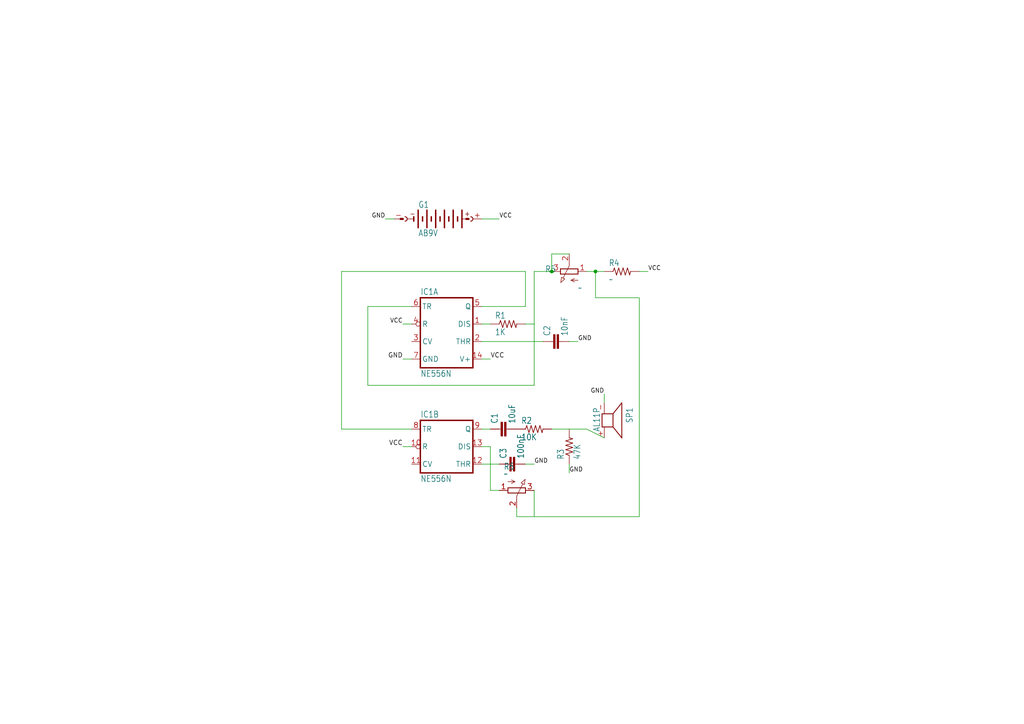
<source format=kicad_sch>
(kicad_sch
	(version 20250114)
	(generator "eeschema")
	(generator_version "9.0")
	(uuid "1f447de1-8250-4c18-a58a-299cb0835d23")
	(paper "A4")
	(lib_symbols
		(symbol "apc556fix-eagle-import:3RP/1610N"
			(exclude_from_sim no)
			(in_bom yes)
			(on_board yes)
			(property "Reference" "R"
				(at -5.969 -3.81 90)
				(effects
					(font
						(size 1.778 1.5113)
					)
					(justify left bottom)
				)
			)
			(property "Value" ""
				(at -3.81 -3.81 90)
				(effects
					(font
						(size 1.778 1.5113)
					)
					(justify left bottom)
				)
			)
			(property "Footprint" "apc556fix:3RP_1610N"
				(at 0 0 0)
				(effects
					(font
						(size 1.27 1.27)
					)
					(hide yes)
				)
			)
			(property "Datasheet" ""
				(at 0 0 0)
				(effects
					(font
						(size 1.27 1.27)
					)
					(hide yes)
				)
			)
			(property "Description" "16mm Potentiometer one level\n\nSource: http://www.alphapotentiometers.net/html/16mm_pot_2.html"
				(at 0 0 0)
				(effects
					(font
						(size 1.27 1.27)
					)
					(hide yes)
				)
			)
			(property "ki_locked" ""
				(at 0 0 0)
				(effects
					(font
						(size 1.27 1.27)
					)
				)
			)
			(symbol "3RP/1610N_1_0"
				(polyline
					(pts
						(xy -3.1989 2.4495) (xy -1.7018 2.2352)
					)
					(stroke
						(width 0.1524)
						(type solid)
					)
					(fill
						(type none)
					)
				)
				(polyline
					(pts
						(xy -2.54 -0.508) (xy -3.048 -1.524)
					)
					(stroke
						(width 0.1524)
						(type solid)
					)
					(fill
						(type none)
					)
				)
				(polyline
					(pts
						(xy -2.54 -0.508) (xy -2.032 -1.524)
					)
					(stroke
						(width 0.1524)
						(type solid)
					)
					(fill
						(type none)
					)
				)
				(polyline
					(pts
						(xy -2.54 -2.54) (xy -2.54 -0.508)
					)
					(stroke
						(width 0.1524)
						(type solid)
					)
					(fill
						(type none)
					)
				)
				(polyline
					(pts
						(xy -2.1597 1.2939) (xy -3.1989 2.4495)
					)
					(stroke
						(width 0.1524)
						(type solid)
					)
					(fill
						(type none)
					)
				)
				(polyline
					(pts
						(xy -2.1597 1.2939) (xy -1.7018 2.2352)
					)
					(stroke
						(width 0.1524)
						(type solid)
					)
					(fill
						(type none)
					)
				)
				(polyline
					(pts
						(xy -0.762 2.54) (xy -0.762 -2.54)
					)
					(stroke
						(width 0.254)
						(type solid)
					)
					(fill
						(type none)
					)
				)
				(polyline
					(pts
						(xy -0.762 -2.54) (xy 0.762 -2.54)
					)
					(stroke
						(width 0.254)
						(type solid)
					)
					(fill
						(type none)
					)
				)
				(polyline
					(pts
						(xy 0.762 2.54) (xy -0.762 2.54)
					)
					(stroke
						(width 0.254)
						(type solid)
					)
					(fill
						(type none)
					)
				)
				(polyline
					(pts
						(xy 0.762 -2.54) (xy 0.762 2.54)
					)
					(stroke
						(width 0.254)
						(type solid)
					)
					(fill
						(type none)
					)
				)
				(polyline
					(pts
						(xy 1.651 0) (xy -1.8796 1.7526)
					)
					(stroke
						(width 0.1524)
						(type solid)
					)
					(fill
						(type none)
					)
				)
				(polyline
					(pts
						(xy 2.54 0) (xy 1.651 0)
					)
					(stroke
						(width 0.1524)
						(type solid)
					)
					(fill
						(type none)
					)
				)
				(pin passive line
					(at 0 5.08 270)
					(length 2.54)
					(name "E"
						(effects
							(font
								(size 0 0)
							)
						)
					)
					(number "3"
						(effects
							(font
								(size 1.524 1.524)
							)
						)
					)
				)
				(pin passive line
					(at 0 -5.08 90)
					(length 2.54)
					(name "A"
						(effects
							(font
								(size 0 0)
							)
						)
					)
					(number "1"
						(effects
							(font
								(size 1.524 1.524)
							)
						)
					)
				)
				(pin passive line
					(at 5.08 0 180)
					(length 2.54)
					(name "S"
						(effects
							(font
								(size 0 0)
							)
						)
					)
					(number "2"
						(effects
							(font
								(size 1.524 1.524)
							)
						)
					)
				)
			)
			(embedded_fonts no)
		)
		(symbol "apc556fix-eagle-import:556N"
			(exclude_from_sim no)
			(in_bom yes)
			(on_board yes)
			(property "Reference" "IC"
				(at -7.62 8.382 0)
				(effects
					(font
						(size 1.778 1.5113)
					)
					(justify left bottom)
				)
			)
			(property "Value" ""
				(at -7.62 -10.287 0)
				(effects
					(font
						(size 1.778 1.5113)
					)
					(justify left bottom)
				)
			)
			(property "Footprint" "apc556fix:DIL14"
				(at 0 0 0)
				(effects
					(font
						(size 1.27 1.27)
					)
					(hide yes)
				)
			)
			(property "Datasheet" ""
				(at 0 0 0)
				(effects
					(font
						(size 1.27 1.27)
					)
					(hide yes)
				)
			)
			(property "Description" "Dual TIMER"
				(at 0 0 0)
				(effects
					(font
						(size 1.27 1.27)
					)
					(hide yes)
				)
			)
			(property "ki_locked" ""
				(at 0 0 0)
				(effects
					(font
						(size 1.27 1.27)
					)
				)
			)
			(symbol "556N_1_0"
				(polyline
					(pts
						(xy -7.62 10.16) (xy -7.62 -10.16)
					)
					(stroke
						(width 0.4064)
						(type solid)
					)
					(fill
						(type none)
					)
				)
				(polyline
					(pts
						(xy -7.62 -10.16) (xy 7.62 -10.16)
					)
					(stroke
						(width 0.4064)
						(type solid)
					)
					(fill
						(type none)
					)
				)
				(polyline
					(pts
						(xy 7.62 10.16) (xy -7.62 10.16)
					)
					(stroke
						(width 0.4064)
						(type solid)
					)
					(fill
						(type none)
					)
				)
				(polyline
					(pts
						(xy 7.62 -10.16) (xy 7.62 10.16)
					)
					(stroke
						(width 0.4064)
						(type solid)
					)
					(fill
						(type none)
					)
				)
				(pin input line
					(at -10.16 7.62 0)
					(length 2.54)
					(name "TR"
						(effects
							(font
								(size 1.524 1.524)
							)
						)
					)
					(number "6"
						(effects
							(font
								(size 1.524 1.524)
							)
						)
					)
				)
				(pin input inverted
					(at -10.16 2.54 0)
					(length 2.54)
					(name "R"
						(effects
							(font
								(size 1.524 1.524)
							)
						)
					)
					(number "4"
						(effects
							(font
								(size 1.524 1.524)
							)
						)
					)
				)
				(pin input line
					(at -10.16 -2.54 0)
					(length 2.54)
					(name "CV"
						(effects
							(font
								(size 1.524 1.524)
							)
						)
					)
					(number "3"
						(effects
							(font
								(size 1.524 1.524)
							)
						)
					)
				)
				(pin power_in line
					(at -10.16 -7.62 0)
					(length 2.54)
					(name "GND"
						(effects
							(font
								(size 1.524 1.524)
							)
						)
					)
					(number "7"
						(effects
							(font
								(size 1.524 1.524)
							)
						)
					)
				)
				(pin output line
					(at 10.16 7.62 180)
					(length 2.54)
					(name "Q"
						(effects
							(font
								(size 1.524 1.524)
							)
						)
					)
					(number "5"
						(effects
							(font
								(size 1.524 1.524)
							)
						)
					)
				)
				(pin input line
					(at 10.16 2.54 180)
					(length 2.54)
					(name "DIS"
						(effects
							(font
								(size 1.524 1.524)
							)
						)
					)
					(number "1"
						(effects
							(font
								(size 1.524 1.524)
							)
						)
					)
				)
				(pin input line
					(at 10.16 -2.54 180)
					(length 2.54)
					(name "THR"
						(effects
							(font
								(size 1.524 1.524)
							)
						)
					)
					(number "2"
						(effects
							(font
								(size 1.524 1.524)
							)
						)
					)
				)
				(pin power_in line
					(at 10.16 -7.62 180)
					(length 2.54)
					(name "V+"
						(effects
							(font
								(size 1.524 1.524)
							)
						)
					)
					(number "14"
						(effects
							(font
								(size 1.524 1.524)
							)
						)
					)
				)
			)
			(symbol "556N_2_0"
				(polyline
					(pts
						(xy -7.62 7.62) (xy -7.62 -7.62)
					)
					(stroke
						(width 0.4064)
						(type solid)
					)
					(fill
						(type none)
					)
				)
				(polyline
					(pts
						(xy -7.62 -7.62) (xy 7.62 -7.62)
					)
					(stroke
						(width 0.4064)
						(type solid)
					)
					(fill
						(type none)
					)
				)
				(polyline
					(pts
						(xy 7.62 7.62) (xy -7.62 7.62)
					)
					(stroke
						(width 0.4064)
						(type solid)
					)
					(fill
						(type none)
					)
				)
				(polyline
					(pts
						(xy 7.62 -7.62) (xy 7.62 7.62)
					)
					(stroke
						(width 0.4064)
						(type solid)
					)
					(fill
						(type none)
					)
				)
				(pin input line
					(at -10.16 5.08 0)
					(length 2.54)
					(name "TR"
						(effects
							(font
								(size 1.524 1.524)
							)
						)
					)
					(number "8"
						(effects
							(font
								(size 1.524 1.524)
							)
						)
					)
				)
				(pin input inverted
					(at -10.16 0 0)
					(length 2.54)
					(name "R"
						(effects
							(font
								(size 1.524 1.524)
							)
						)
					)
					(number "10"
						(effects
							(font
								(size 1.524 1.524)
							)
						)
					)
				)
				(pin input line
					(at -10.16 -5.08 0)
					(length 2.54)
					(name "CV"
						(effects
							(font
								(size 1.524 1.524)
							)
						)
					)
					(number "11"
						(effects
							(font
								(size 1.524 1.524)
							)
						)
					)
				)
				(pin output line
					(at 10.16 5.08 180)
					(length 2.54)
					(name "Q"
						(effects
							(font
								(size 1.524 1.524)
							)
						)
					)
					(number "9"
						(effects
							(font
								(size 1.524 1.524)
							)
						)
					)
				)
				(pin input line
					(at 10.16 0 180)
					(length 2.54)
					(name "DIS"
						(effects
							(font
								(size 1.524 1.524)
							)
						)
					)
					(number "13"
						(effects
							(font
								(size 1.524 1.524)
							)
						)
					)
				)
				(pin input line
					(at 10.16 -5.08 180)
					(length 2.54)
					(name "THR"
						(effects
							(font
								(size 1.524 1.524)
							)
						)
					)
					(number "12"
						(effects
							(font
								(size 1.524 1.524)
							)
						)
					)
				)
			)
			(embedded_fonts no)
		)
		(symbol "apc556fix-eagle-import:AB9V"
			(exclude_from_sim no)
			(in_bom yes)
			(on_board yes)
			(property "Reference" "G"
				(at -5.715 3.175 0)
				(effects
					(font
						(size 1.778 1.5113)
					)
					(justify left bottom)
				)
			)
			(property "Value" ""
				(at -5.715 -5.08 0)
				(effects
					(font
						(size 1.778 1.5113)
					)
					(justify left bottom)
				)
			)
			(property "Footprint" "apc556fix:AB9V"
				(at 0 0 0)
				(effects
					(font
						(size 1.27 1.27)
					)
					(hide yes)
				)
			)
			(property "Datasheet" ""
				(at 0 0 0)
				(effects
					(font
						(size 1.27 1.27)
					)
					(hide yes)
				)
			)
			(property "Description" "9-V BATTERY CLIP"
				(at 0 0 0)
				(effects
					(font
						(size 1.27 1.27)
					)
					(hide yes)
				)
			)
			(property "ki_locked" ""
				(at 0 0 0)
				(effects
					(font
						(size 1.27 1.27)
					)
				)
			)
			(symbol "AB9V_1_0"
				(polyline
					(pts
						(xy -10.16 0) (xy -10.795 0)
					)
					(stroke
						(width 0.6096)
						(type solid)
					)
					(fill
						(type none)
					)
				)
				(arc
					(start -9.525 0.635)
					(mid -8.89 0)
					(end -9.525 -0.635)
					(stroke
						(width 0.254)
						(type solid)
					)
					(fill
						(type none)
					)
				)
				(polyline
					(pts
						(xy -8.89 0) (xy -6.985 0)
					)
					(stroke
						(width 0.1524)
						(type solid)
					)
					(fill
						(type none)
					)
				)
				(polyline
					(pts
						(xy -6.985 0.635) (xy -6.985 0)
					)
					(stroke
						(width 0.4064)
						(type solid)
					)
					(fill
						(type none)
					)
				)
				(polyline
					(pts
						(xy -6.985 0) (xy -6.985 -0.635)
					)
					(stroke
						(width 0.4064)
						(type solid)
					)
					(fill
						(type none)
					)
				)
				(polyline
					(pts
						(xy -5.715 2.54) (xy -5.715 -2.54)
					)
					(stroke
						(width 0.4064)
						(type solid)
					)
					(fill
						(type none)
					)
				)
				(polyline
					(pts
						(xy -4.445 0.635) (xy -4.445 -0.635)
					)
					(stroke
						(width 0.4064)
						(type solid)
					)
					(fill
						(type none)
					)
				)
				(polyline
					(pts
						(xy -3.175 2.54) (xy -3.175 -2.54)
					)
					(stroke
						(width 0.4064)
						(type solid)
					)
					(fill
						(type none)
					)
				)
				(polyline
					(pts
						(xy -1.905 0.635) (xy -1.905 -0.635)
					)
					(stroke
						(width 0.4064)
						(type solid)
					)
					(fill
						(type none)
					)
				)
				(polyline
					(pts
						(xy -0.635 2.54) (xy -0.635 -2.54)
					)
					(stroke
						(width 0.4064)
						(type solid)
					)
					(fill
						(type none)
					)
				)
				(polyline
					(pts
						(xy 0.635 0.635) (xy 0.635 -0.635)
					)
					(stroke
						(width 0.4064)
						(type solid)
					)
					(fill
						(type none)
					)
				)
				(polyline
					(pts
						(xy 1.905 2.54) (xy 1.905 -2.54)
					)
					(stroke
						(width 0.4064)
						(type solid)
					)
					(fill
						(type none)
					)
				)
				(polyline
					(pts
						(xy 3.175 0.635) (xy 3.175 -0.635)
					)
					(stroke
						(width 0.4064)
						(type solid)
					)
					(fill
						(type none)
					)
				)
				(polyline
					(pts
						(xy 4.445 2.54) (xy 4.445 -2.54)
					)
					(stroke
						(width 0.4064)
						(type solid)
					)
					(fill
						(type none)
					)
				)
				(polyline
					(pts
						(xy 5.715 0.635) (xy 5.715 -0.635)
					)
					(stroke
						(width 0.4064)
						(type solid)
					)
					(fill
						(type none)
					)
				)
				(polyline
					(pts
						(xy 6.985 2.54) (xy 6.985 0)
					)
					(stroke
						(width 0.4064)
						(type solid)
					)
					(fill
						(type none)
					)
				)
				(polyline
					(pts
						(xy 6.985 0) (xy 6.985 -2.54)
					)
					(stroke
						(width 0.4064)
						(type solid)
					)
					(fill
						(type none)
					)
				)
				(polyline
					(pts
						(xy 6.985 0) (xy 8.255 0)
					)
					(stroke
						(width 0.1524)
						(type solid)
					)
					(fill
						(type none)
					)
				)
				(polyline
					(pts
						(xy 8.255 0) (xy 8.89 0)
					)
					(stroke
						(width 0.6096)
						(type solid)
					)
					(fill
						(type none)
					)
				)
				(arc
					(start 9.525 0.635)
					(mid 10.16 0)
					(end 9.525 -0.635)
					(stroke
						(width 0.254)
						(type solid)
					)
					(fill
						(type none)
					)
				)
				(text "-"
					(at -8.255 0.635 0)
					(effects
						(font
							(size 1.524 1.2954)
						)
						(justify left bottom)
					)
				)
				(text "+"
					(at 7.62 0.635 0)
					(effects
						(font
							(size 1.524 1.2954)
						)
						(justify left bottom)
					)
				)
				(pin passive line
					(at -12.7 0 0)
					(length 2.54)
					(name "-"
						(effects
							(font
								(size 0 0)
							)
						)
					)
					(number "-"
						(effects
							(font
								(size 1.524 1.524)
							)
						)
					)
				)
				(pin passive line
					(at 12.7 0 180)
					(length 2.54)
					(name "+"
						(effects
							(font
								(size 0 0)
							)
						)
					)
					(number "+"
						(effects
							(font
								(size 1.524 1.524)
							)
						)
					)
				)
			)
			(embedded_fonts no)
		)
		(symbol "apc556fix-eagle-import:AL11P"
			(exclude_from_sim no)
			(in_bom yes)
			(on_board yes)
			(property "Reference" "SP"
				(at -3.81 6.35 0)
				(effects
					(font
						(size 1.778 1.5113)
					)
					(justify left bottom)
				)
			)
			(property "Value" ""
				(at -3.81 -3.175 0)
				(effects
					(font
						(size 1.778 1.5113)
					)
					(justify left bottom)
				)
			)
			(property "Footprint" "apc556fix:AL11P"
				(at 0 0 0)
				(effects
					(font
						(size 1.27 1.27)
					)
					(hide yes)
				)
			)
			(property "Datasheet" ""
				(at 0 0 0)
				(effects
					(font
						(size 1.27 1.27)
					)
					(hide yes)
				)
			)
			(property "Description" "SPEAKER\n\nSource: Buerklin"
				(at 0 0 0)
				(effects
					(font
						(size 1.27 1.27)
					)
					(hide yes)
				)
			)
			(property "ki_locked" ""
				(at 0 0 0)
				(effects
					(font
						(size 1.27 1.27)
					)
				)
			)
			(symbol "AL11P_1_0"
				(polyline
					(pts
						(xy -2.54 0) (xy -1.905 0)
					)
					(stroke
						(width 0.1524)
						(type solid)
					)
					(fill
						(type none)
					)
				)
				(polyline
					(pts
						(xy -1.905 2.54) (xy -5.08 5.08)
					)
					(stroke
						(width 0.254)
						(type solid)
					)
					(fill
						(type none)
					)
				)
				(polyline
					(pts
						(xy -1.905 0) (xy -1.905 2.54)
					)
					(stroke
						(width 0.254)
						(type solid)
					)
					(fill
						(type none)
					)
				)
				(polyline
					(pts
						(xy -1.905 -0.635) (xy -1.905 0)
					)
					(stroke
						(width 0.254)
						(type solid)
					)
					(fill
						(type none)
					)
				)
				(polyline
					(pts
						(xy -1.905 -0.635) (xy 1.905 -0.635)
					)
					(stroke
						(width 0.254)
						(type solid)
					)
					(fill
						(type none)
					)
				)
				(polyline
					(pts
						(xy 1.905 2.54) (xy -1.905 2.54)
					)
					(stroke
						(width 0.254)
						(type solid)
					)
					(fill
						(type none)
					)
				)
				(polyline
					(pts
						(xy 1.905 2.54) (xy 5.08 5.08)
					)
					(stroke
						(width 0.254)
						(type solid)
					)
					(fill
						(type none)
					)
				)
				(polyline
					(pts
						(xy 1.905 0) (xy 1.905 2.54)
					)
					(stroke
						(width 0.254)
						(type solid)
					)
					(fill
						(type none)
					)
				)
				(polyline
					(pts
						(xy 1.905 -0.635) (xy 1.905 0)
					)
					(stroke
						(width 0.254)
						(type solid)
					)
					(fill
						(type none)
					)
				)
				(polyline
					(pts
						(xy 2.54 0) (xy 1.905 0)
					)
					(stroke
						(width 0.1524)
						(type solid)
					)
					(fill
						(type none)
					)
				)
				(polyline
					(pts
						(xy 5.08 5.08) (xy -5.08 5.08)
					)
					(stroke
						(width 0.254)
						(type solid)
					)
					(fill
						(type none)
					)
				)
				(pin passive line
					(at -5.08 0 0)
					(length 2.54)
					(name "1"
						(effects
							(font
								(size 0 0)
							)
						)
					)
					(number "-"
						(effects
							(font
								(size 1.524 1.524)
							)
						)
					)
				)
				(pin passive line
					(at 5.08 0 180)
					(length 2.54)
					(name "2"
						(effects
							(font
								(size 0 0)
							)
						)
					)
					(number "+"
						(effects
							(font
								(size 1.524 1.524)
							)
						)
					)
				)
			)
			(embedded_fonts no)
		)
		(symbol "apc556fix-eagle-import:C-EU025-030X050"
			(exclude_from_sim no)
			(in_bom yes)
			(on_board yes)
			(property "Reference" "C"
				(at 1.524 0.381 0)
				(effects
					(font
						(size 1.778 1.5113)
					)
					(justify left bottom)
				)
			)
			(property "Value" ""
				(at 1.524 -4.699 0)
				(effects
					(font
						(size 1.778 1.5113)
					)
					(justify left bottom)
				)
			)
			(property "Footprint" "apc556fix:C025-030X050"
				(at 0 0 0)
				(effects
					(font
						(size 1.27 1.27)
					)
					(hide yes)
				)
			)
			(property "Datasheet" ""
				(at 0 0 0)
				(effects
					(font
						(size 1.27 1.27)
					)
					(hide yes)
				)
			)
			(property "Description" "CAPACITOR, European symbol"
				(at 0 0 0)
				(effects
					(font
						(size 1.27 1.27)
					)
					(hide yes)
				)
			)
			(property "ki_locked" ""
				(at 0 0 0)
				(effects
					(font
						(size 1.27 1.27)
					)
				)
			)
			(symbol "C-EU025-030X050_1_0"
				(rectangle
					(start -2.032 -1.016)
					(end 2.032 -0.508)
					(stroke
						(width 0)
						(type default)
					)
					(fill
						(type outline)
					)
				)
				(rectangle
					(start -2.032 -2.032)
					(end 2.032 -1.524)
					(stroke
						(width 0)
						(type default)
					)
					(fill
						(type outline)
					)
				)
				(polyline
					(pts
						(xy 0 0) (xy 0 -0.508)
					)
					(stroke
						(width 0.1524)
						(type solid)
					)
					(fill
						(type none)
					)
				)
				(polyline
					(pts
						(xy 0 -2.54) (xy 0 -2.032)
					)
					(stroke
						(width 0.1524)
						(type solid)
					)
					(fill
						(type none)
					)
				)
				(pin passive line
					(at 0 2.54 270)
					(length 2.54)
					(name "1"
						(effects
							(font
								(size 0 0)
							)
						)
					)
					(number "1"
						(effects
							(font
								(size 0 0)
							)
						)
					)
				)
				(pin passive line
					(at 0 -5.08 90)
					(length 2.54)
					(name "2"
						(effects
							(font
								(size 0 0)
							)
						)
					)
					(number "2"
						(effects
							(font
								(size 0 0)
							)
						)
					)
				)
			)
			(embedded_fonts no)
		)
		(symbol "apc556fix-eagle-import:R-US_0204/5"
			(exclude_from_sim no)
			(in_bom yes)
			(on_board yes)
			(property "Reference" "R"
				(at -3.81 1.4986 0)
				(effects
					(font
						(size 1.778 1.5113)
					)
					(justify left bottom)
				)
			)
			(property "Value" ""
				(at -3.81 -3.302 0)
				(effects
					(font
						(size 1.778 1.5113)
					)
					(justify left bottom)
				)
			)
			(property "Footprint" "apc556fix:0204_5"
				(at 0 0 0)
				(effects
					(font
						(size 1.27 1.27)
					)
					(hide yes)
				)
			)
			(property "Datasheet" ""
				(at 0 0 0)
				(effects
					(font
						(size 1.27 1.27)
					)
					(hide yes)
				)
			)
			(property "Description" "RESISTOR, American symbol"
				(at 0 0 0)
				(effects
					(font
						(size 1.27 1.27)
					)
					(hide yes)
				)
			)
			(property "ki_locked" ""
				(at 0 0 0)
				(effects
					(font
						(size 1.27 1.27)
					)
				)
			)
			(symbol "R-US_0204/5_1_0"
				(polyline
					(pts
						(xy -2.54 0) (xy -2.159 1.016)
					)
					(stroke
						(width 0.2032)
						(type solid)
					)
					(fill
						(type none)
					)
				)
				(polyline
					(pts
						(xy -2.159 1.016) (xy -1.524 -1.016)
					)
					(stroke
						(width 0.2032)
						(type solid)
					)
					(fill
						(type none)
					)
				)
				(polyline
					(pts
						(xy -1.524 -1.016) (xy -0.889 1.016)
					)
					(stroke
						(width 0.2032)
						(type solid)
					)
					(fill
						(type none)
					)
				)
				(polyline
					(pts
						(xy -0.889 1.016) (xy -0.254 -1.016)
					)
					(stroke
						(width 0.2032)
						(type solid)
					)
					(fill
						(type none)
					)
				)
				(polyline
					(pts
						(xy -0.254 -1.016) (xy 0.381 1.016)
					)
					(stroke
						(width 0.2032)
						(type solid)
					)
					(fill
						(type none)
					)
				)
				(polyline
					(pts
						(xy 0.381 1.016) (xy 1.016 -1.016)
					)
					(stroke
						(width 0.2032)
						(type solid)
					)
					(fill
						(type none)
					)
				)
				(polyline
					(pts
						(xy 1.016 -1.016) (xy 1.651 1.016)
					)
					(stroke
						(width 0.2032)
						(type solid)
					)
					(fill
						(type none)
					)
				)
				(polyline
					(pts
						(xy 1.651 1.016) (xy 2.286 -1.016)
					)
					(stroke
						(width 0.2032)
						(type solid)
					)
					(fill
						(type none)
					)
				)
				(polyline
					(pts
						(xy 2.286 -1.016) (xy 2.54 0)
					)
					(stroke
						(width 0.2032)
						(type solid)
					)
					(fill
						(type none)
					)
				)
				(pin passive line
					(at -5.08 0 0)
					(length 2.54)
					(name "1"
						(effects
							(font
								(size 0 0)
							)
						)
					)
					(number "1"
						(effects
							(font
								(size 0 0)
							)
						)
					)
				)
				(pin passive line
					(at 5.08 0 180)
					(length 2.54)
					(name "2"
						(effects
							(font
								(size 0 0)
							)
						)
					)
					(number "2"
						(effects
							(font
								(size 0 0)
							)
						)
					)
				)
			)
			(embedded_fonts no)
		)
		(symbol "apc556fix-eagle-import:R-US_0204/7"
			(exclude_from_sim no)
			(in_bom yes)
			(on_board yes)
			(property "Reference" "R"
				(at -3.81 1.4986 0)
				(effects
					(font
						(size 1.778 1.5113)
					)
					(justify left bottom)
				)
			)
			(property "Value" ""
				(at -3.81 -3.302 0)
				(effects
					(font
						(size 1.778 1.5113)
					)
					(justify left bottom)
				)
			)
			(property "Footprint" "apc556fix:0204_7"
				(at 0 0 0)
				(effects
					(font
						(size 1.27 1.27)
					)
					(hide yes)
				)
			)
			(property "Datasheet" ""
				(at 0 0 0)
				(effects
					(font
						(size 1.27 1.27)
					)
					(hide yes)
				)
			)
			(property "Description" "RESISTOR, American symbol"
				(at 0 0 0)
				(effects
					(font
						(size 1.27 1.27)
					)
					(hide yes)
				)
			)
			(property "ki_locked" ""
				(at 0 0 0)
				(effects
					(font
						(size 1.27 1.27)
					)
				)
			)
			(symbol "R-US_0204/7_1_0"
				(polyline
					(pts
						(xy -2.54 0) (xy -2.159 1.016)
					)
					(stroke
						(width 0.2032)
						(type solid)
					)
					(fill
						(type none)
					)
				)
				(polyline
					(pts
						(xy -2.159 1.016) (xy -1.524 -1.016)
					)
					(stroke
						(width 0.2032)
						(type solid)
					)
					(fill
						(type none)
					)
				)
				(polyline
					(pts
						(xy -1.524 -1.016) (xy -0.889 1.016)
					)
					(stroke
						(width 0.2032)
						(type solid)
					)
					(fill
						(type none)
					)
				)
				(polyline
					(pts
						(xy -0.889 1.016) (xy -0.254 -1.016)
					)
					(stroke
						(width 0.2032)
						(type solid)
					)
					(fill
						(type none)
					)
				)
				(polyline
					(pts
						(xy -0.254 -1.016) (xy 0.381 1.016)
					)
					(stroke
						(width 0.2032)
						(type solid)
					)
					(fill
						(type none)
					)
				)
				(polyline
					(pts
						(xy 0.381 1.016) (xy 1.016 -1.016)
					)
					(stroke
						(width 0.2032)
						(type solid)
					)
					(fill
						(type none)
					)
				)
				(polyline
					(pts
						(xy 1.016 -1.016) (xy 1.651 1.016)
					)
					(stroke
						(width 0.2032)
						(type solid)
					)
					(fill
						(type none)
					)
				)
				(polyline
					(pts
						(xy 1.651 1.016) (xy 2.286 -1.016)
					)
					(stroke
						(width 0.2032)
						(type solid)
					)
					(fill
						(type none)
					)
				)
				(polyline
					(pts
						(xy 2.286 -1.016) (xy 2.54 0)
					)
					(stroke
						(width 0.2032)
						(type solid)
					)
					(fill
						(type none)
					)
				)
				(pin passive line
					(at -5.08 0 0)
					(length 2.54)
					(name "1"
						(effects
							(font
								(size 0 0)
							)
						)
					)
					(number "1"
						(effects
							(font
								(size 0 0)
							)
						)
					)
				)
				(pin passive line
					(at 5.08 0 180)
					(length 2.54)
					(name "2"
						(effects
							(font
								(size 0 0)
							)
						)
					)
					(number "2"
						(effects
							(font
								(size 0 0)
							)
						)
					)
				)
			)
			(embedded_fonts no)
		)
	)
	(junction
		(at 160.02 78.74)
		(diameter 0)
		(color 0 0 0 0)
		(uuid "7eba96fd-c6bb-41b0-981f-5f688963967c")
	)
	(junction
		(at 172.72 78.74)
		(diameter 0)
		(color 0 0 0 0)
		(uuid "bbe76017-ba51-4bf1-bf90-94cb8b2e3b7c")
	)
	(wire
		(pts
			(xy 142.24 134.62) (xy 144.78 134.62)
		)
		(stroke
			(width 0.1524)
			(type solid)
		)
		(uuid "05665622-c438-46ec-ba19-a794a5bcffa4")
	)
	(wire
		(pts
			(xy 139.7 134.62) (xy 142.24 134.62)
		)
		(stroke
			(width 0.1524)
			(type solid)
		)
		(uuid "08b06d30-218e-487d-b58c-c71999eb94a6")
	)
	(wire
		(pts
			(xy 154.94 149.86) (xy 185.42 149.86)
		)
		(stroke
			(width 0.1524)
			(type solid)
		)
		(uuid "1652600e-1509-4991-9639-4cacfdac45dc")
	)
	(wire
		(pts
			(xy 142.24 142.24) (xy 144.78 142.24)
		)
		(stroke
			(width 0.1524)
			(type solid)
		)
		(uuid "1a57c4af-cc35-457e-aa90-5b6a33695286")
	)
	(wire
		(pts
			(xy 175.26 116.84) (xy 175.26 114.3)
		)
		(stroke
			(width 0.1524)
			(type solid)
		)
		(uuid "244d6108-f064-48c2-974a-d5d98a663eec")
	)
	(wire
		(pts
			(xy 142.24 134.62) (xy 142.24 142.24)
		)
		(stroke
			(width 0.1524)
			(type solid)
		)
		(uuid "247d4bf3-033e-43b9-96ef-69dec16ce623")
	)
	(wire
		(pts
			(xy 165.1 73.66) (xy 160.02 73.66)
		)
		(stroke
			(width 0.1524)
			(type solid)
		)
		(uuid "27019082-d95d-437e-bf7d-76d5a5ca618e")
	)
	(wire
		(pts
			(xy 99.06 124.46) (xy 119.38 124.46)
		)
		(stroke
			(width 0.1524)
			(type solid)
		)
		(uuid "271b2c96-0508-4308-b015-d3c13a702a3d")
	)
	(wire
		(pts
			(xy 154.94 93.98) (xy 154.94 78.74)
		)
		(stroke
			(width 0.1524)
			(type solid)
		)
		(uuid "277e25a2-6773-49fc-b444-6438f7f39106")
	)
	(wire
		(pts
			(xy 152.4 134.62) (xy 154.94 134.62)
		)
		(stroke
			(width 0.1524)
			(type solid)
		)
		(uuid "28635ec2-aca2-4e3e-9416-1db41cfc1b90")
	)
	(wire
		(pts
			(xy 119.38 93.98) (xy 116.84 93.98)
		)
		(stroke
			(width 0.1524)
			(type solid)
		)
		(uuid "2d27b79f-eef0-4a45-acc4-a417a111d87f")
	)
	(wire
		(pts
			(xy 114.3 63.5) (xy 111.76 63.5)
		)
		(stroke
			(width 0.1524)
			(type solid)
		)
		(uuid "2f793af6-8426-4b7c-a5ce-13aa4ba919a8")
	)
	(wire
		(pts
			(xy 142.24 124.46) (xy 139.7 124.46)
		)
		(stroke
			(width 0.1524)
			(type solid)
		)
		(uuid "2fc0a87a-8060-4a3c-9661-fe01dafd0daf")
	)
	(wire
		(pts
			(xy 106.68 111.76) (xy 106.68 88.9)
		)
		(stroke
			(width 0.1524)
			(type solid)
		)
		(uuid "30e4ea8d-5edf-44b8-8877-c4b8aa14df9b")
	)
	(wire
		(pts
			(xy 172.72 78.74) (xy 175.26 78.74)
		)
		(stroke
			(width 0.1524)
			(type solid)
		)
		(uuid "347771e1-f306-4f9e-93a0-2aff4d13b617")
	)
	(wire
		(pts
			(xy 119.38 104.14) (xy 116.84 104.14)
		)
		(stroke
			(width 0.1524)
			(type solid)
		)
		(uuid "3ca7902b-cced-4543-9002-a6f72ce1e796")
	)
	(wire
		(pts
			(xy 99.06 78.74) (xy 99.06 124.46)
		)
		(stroke
			(width 0.1524)
			(type solid)
		)
		(uuid "49e8a48f-1e60-442a-93b9-e47da75a2043")
	)
	(wire
		(pts
			(xy 154.94 78.74) (xy 160.02 78.74)
		)
		(stroke
			(width 0.1524)
			(type solid)
		)
		(uuid "4ba3013a-ce6f-40ee-99d9-2793036f8282")
	)
	(wire
		(pts
			(xy 139.7 104.14) (xy 142.24 104.14)
		)
		(stroke
			(width 0.1524)
			(type solid)
		)
		(uuid "4cd794af-2652-4902-8313-1863176a56e9")
	)
	(wire
		(pts
			(xy 154.94 111.76) (xy 106.68 111.76)
		)
		(stroke
			(width 0.1524)
			(type solid)
		)
		(uuid "5150f0f4-4193-426c-b4dd-969a20738f36")
	)
	(wire
		(pts
			(xy 119.38 129.54) (xy 116.84 129.54)
		)
		(stroke
			(width 0.1524)
			(type solid)
		)
		(uuid "58d86c46-a7ad-4677-9ca3-67a23b770e60")
	)
	(wire
		(pts
			(xy 106.68 88.9) (xy 119.38 88.9)
		)
		(stroke
			(width 0.1524)
			(type solid)
		)
		(uuid "5f705fe5-cacf-40d1-b444-e3f0c2980992")
	)
	(wire
		(pts
			(xy 152.4 78.74) (xy 99.06 78.74)
		)
		(stroke
			(width 0.1524)
			(type solid)
		)
		(uuid "5f756e2b-9f5f-4efd-b234-910e97126ec5")
	)
	(wire
		(pts
			(xy 154.94 99.06) (xy 157.48 99.06)
		)
		(stroke
			(width 0.1524)
			(type solid)
		)
		(uuid "5fac1c6c-4a1e-4697-804b-dad2c0ce4274")
	)
	(wire
		(pts
			(xy 165.1 99.06) (xy 167.64 99.06)
		)
		(stroke
			(width 0.1524)
			(type solid)
		)
		(uuid "6bd9aa25-adcb-4e63-bc91-f7cd5095fa9a")
	)
	(wire
		(pts
			(xy 142.24 93.98) (xy 139.7 93.98)
		)
		(stroke
			(width 0.1524)
			(type solid)
		)
		(uuid "6c98731f-98ee-44e2-bddd-4b9251ff7d78")
	)
	(wire
		(pts
			(xy 139.7 99.06) (xy 154.94 99.06)
		)
		(stroke
			(width 0.1524)
			(type solid)
		)
		(uuid "7204ef34-2c23-4c61-99c9-7b7579fe25fb")
	)
	(wire
		(pts
			(xy 185.42 149.86) (xy 185.42 86.36)
		)
		(stroke
			(width 0.1524)
			(type solid)
		)
		(uuid "74fcb7a8-f0d6-4934-9efd-bda6e4077c7e")
	)
	(wire
		(pts
			(xy 185.42 78.74) (xy 187.96 78.74)
		)
		(stroke
			(width 0.1524)
			(type solid)
		)
		(uuid "7916c0d8-875f-4bbc-ab6f-68b0371bcf88")
	)
	(wire
		(pts
			(xy 152.4 88.9) (xy 152.4 78.74)
		)
		(stroke
			(width 0.1524)
			(type solid)
		)
		(uuid "7b6679ab-9e87-471b-ab38-374a0109b33d")
	)
	(wire
		(pts
			(xy 154.94 93.98) (xy 154.94 99.06)
		)
		(stroke
			(width 0.1524)
			(type solid)
		)
		(uuid "7e5cf02f-ced6-4211-bb5c-a47bf86a2c55")
	)
	(wire
		(pts
			(xy 172.72 86.36) (xy 172.72 78.74)
		)
		(stroke
			(width 0.1524)
			(type solid)
		)
		(uuid "95aa84fa-3b24-40b8-bbbb-ced5c32d1892")
	)
	(wire
		(pts
			(xy 185.42 86.36) (xy 172.72 86.36)
		)
		(stroke
			(width 0.1524)
			(type solid)
		)
		(uuid "a1878f95-d0ba-495d-9316-541fd4a63873")
	)
	(wire
		(pts
			(xy 154.94 99.06) (xy 154.94 111.76)
		)
		(stroke
			(width 0.1524)
			(type solid)
		)
		(uuid "aafb845d-2d6d-44d9-bc05-60cf4516316a")
	)
	(wire
		(pts
			(xy 170.18 78.74) (xy 172.72 78.74)
		)
		(stroke
			(width 0.1524)
			(type solid)
		)
		(uuid "ac08cd26-ab3c-44f7-9b1f-bce8d49b7ffd")
	)
	(wire
		(pts
			(xy 170.18 124.46) (xy 165.1 124.46)
		)
		(stroke
			(width 0.1524)
			(type solid)
		)
		(uuid "b2b8b03f-1f7d-46bf-9bfd-3714c3dbf3d9")
	)
	(wire
		(pts
			(xy 149.86 149.86) (xy 154.94 149.86)
		)
		(stroke
			(width 0.1524)
			(type solid)
		)
		(uuid "b455cf39-f114-47a6-a055-63312148b814")
	)
	(wire
		(pts
			(xy 149.86 147.32) (xy 149.86 149.86)
		)
		(stroke
			(width 0.1524)
			(type solid)
		)
		(uuid "b5545907-0a86-4e18-bd9e-fce38bf6d2ff")
	)
	(wire
		(pts
			(xy 165.1 124.46) (xy 160.02 124.46)
		)
		(stroke
			(width 0.1524)
			(type solid)
		)
		(uuid "b9584d4f-f083-46f2-8891-97fe46ed890c")
	)
	(wire
		(pts
			(xy 142.24 134.62) (xy 142.24 129.54)
		)
		(stroke
			(width 0.1524)
			(type solid)
		)
		(uuid "bfbf9857-eb0f-433a-b1d2-1bac6e7cca69")
	)
	(wire
		(pts
			(xy 139.7 88.9) (xy 152.4 88.9)
		)
		(stroke
			(width 0.1524)
			(type solid)
		)
		(uuid "c7f19a9c-bedb-452a-bffa-d9bf0a50457d")
	)
	(wire
		(pts
			(xy 139.7 63.5) (xy 144.78 63.5)
		)
		(stroke
			(width 0.1524)
			(type solid)
		)
		(uuid "cc04ab64-6713-4c73-904a-b7e77bd916f8")
	)
	(wire
		(pts
			(xy 165.1 134.62) (xy 165.1 137.16)
		)
		(stroke
			(width 0.1524)
			(type solid)
		)
		(uuid "dfab3e47-24ab-47c7-9449-b2e93e7a5acf")
	)
	(wire
		(pts
			(xy 160.02 73.66) (xy 160.02 78.74)
		)
		(stroke
			(width 0.1524)
			(type solid)
		)
		(uuid "e002f323-7d16-4339-86e2-2fc15de28866")
	)
	(wire
		(pts
			(xy 142.24 129.54) (xy 139.7 129.54)
		)
		(stroke
			(width 0.1524)
			(type solid)
		)
		(uuid "e1a46afc-d66c-4d14-9ca6-8c9bbddd07a4")
	)
	(wire
		(pts
			(xy 175.26 127) (xy 170.18 124.46)
		)
		(stroke
			(width 0.1524)
			(type solid)
		)
		(uuid "f30e98c8-70d5-40f9-bf82-e477d7f4646f")
	)
	(wire
		(pts
			(xy 154.94 149.86) (xy 154.94 142.24)
		)
		(stroke
			(width 0.1524)
			(type solid)
		)
		(uuid "f80e92a2-dc85-4050-9ef1-9da3edd706e1")
	)
	(wire
		(pts
			(xy 152.4 93.98) (xy 154.94 93.98)
		)
		(stroke
			(width 0.1524)
			(type solid)
		)
		(uuid "fd26dc07-f35b-4be9-abb6-87f0e69721ca")
	)
	(label "GND"
		(at 154.94 134.62 0)
		(effects
			(font
				(size 1.2446 1.2446)
			)
			(justify left bottom)
		)
		(uuid "03b8924f-dedb-401d-bb80-29c5cbd59ec0")
	)
	(label "GND"
		(at 167.64 99.06 0)
		(effects
			(font
				(size 1.2446 1.2446)
			)
			(justify left bottom)
		)
		(uuid "24675542-818f-4328-b7ef-c2a7b236af65")
	)
	(label "GND"
		(at 165.1 137.16 0)
		(effects
			(font
				(size 1.2446 1.2446)
			)
			(justify left bottom)
		)
		(uuid "4c61c064-94f4-41f0-b739-d21bc0928412")
	)
	(label "VCC"
		(at 116.84 93.98 180)
		(effects
			(font
				(size 1.2446 1.2446)
			)
			(justify right bottom)
		)
		(uuid "6d303baa-29dc-44ba-952c-cd666effed27")
	)
	(label "GND"
		(at 111.76 63.5 180)
		(effects
			(font
				(size 1.2446 1.2446)
			)
			(justify right bottom)
		)
		(uuid "79c5f9cc-0758-4aa2-af18-1db7b81ee108")
	)
	(label "VCC"
		(at 144.78 63.5 0)
		(effects
			(font
				(size 1.2446 1.2446)
			)
			(justify left bottom)
		)
		(uuid "a9d7e796-2b45-4daa-8a4b-c4c95c1b7669")
	)
	(label "VCC"
		(at 187.96 78.74 0)
		(effects
			(font
				(size 1.2446 1.2446)
			)
			(justify left bottom)
		)
		(uuid "be764306-f6a4-4657-910d-4279ba223b10")
	)
	(label "VCC"
		(at 116.84 129.54 180)
		(effects
			(font
				(size 1.3513 1.3513)
			)
			(justify right bottom)
		)
		(uuid "c2562d88-8aa2-4d3c-a5e2-8dc662b1c805")
	)
	(label "GND"
		(at 175.26 114.3 180)
		(effects
			(font
				(size 1.2446 1.2446)
			)
			(justify right bottom)
		)
		(uuid "cf57f9cd-b9e7-4f8b-9f87-4b84d678d3d5")
	)
	(label "GND"
		(at 116.84 104.14 180)
		(effects
			(font
				(size 1.3513 1.3513)
			)
			(justify right bottom)
		)
		(uuid "d7b2ef2f-967d-4169-b830-d77d264bb619")
	)
	(label "VCC"
		(at 142.24 104.14 0)
		(effects
			(font
				(size 1.3513 1.3513)
			)
			(justify left bottom)
		)
		(uuid "da625df5-7be4-48ab-bfb5-6d12a69e67fc")
	)
	(symbol
		(lib_id "apc556fix-eagle-import:R-US_0204/7")
		(at 165.1 129.54 90)
		(unit 1)
		(exclude_from_sim no)
		(in_bom yes)
		(on_board yes)
		(dnp no)
		(uuid "06e170e1-ed29-4154-be27-5d4a14760d21")
		(property "Reference" "R3"
			(at 163.6014 133.35 0)
			(effects
				(font
					(size 1.778 1.5113)
				)
				(justify left bottom)
			)
		)
		(property "Value" "47K"
			(at 168.402 133.35 0)
			(effects
				(font
					(size 1.778 1.5113)
				)
				(justify left bottom)
			)
		)
		(property "Footprint" "apc556fix:0204_7"
			(at 165.1 129.54 0)
			(effects
				(font
					(size 1.27 1.27)
				)
				(hide yes)
			)
		)
		(property "Datasheet" ""
			(at 165.1 129.54 0)
			(effects
				(font
					(size 1.27 1.27)
				)
				(hide yes)
			)
		)
		(property "Description" ""
			(at 165.1 129.54 0)
			(effects
				(font
					(size 1.27 1.27)
				)
				(hide yes)
			)
		)
		(pin "1"
			(uuid "848779d0-dc6a-4e6e-9df0-7ce001512c5d")
		)
		(pin "2"
			(uuid "9e69e3f5-17a7-48a4-8c0e-d8ea275da0bc")
		)
		(instances
			(project ""
				(path "/1f447de1-8250-4c18-a58a-299cb0835d23"
					(reference "R3")
					(unit 1)
				)
			)
		)
	)
	(symbol
		(lib_id "apc556fix-eagle-import:C-EU025-030X050")
		(at 144.78 124.46 90)
		(unit 1)
		(exclude_from_sim no)
		(in_bom yes)
		(on_board yes)
		(dnp no)
		(uuid "1014c6fc-3653-48dc-aa76-40a611956b98")
		(property "Reference" "C1"
			(at 144.399 122.936 0)
			(effects
				(font
					(size 1.778 1.5113)
				)
				(justify left bottom)
			)
		)
		(property "Value" "10uF"
			(at 149.479 122.936 0)
			(effects
				(font
					(size 1.778 1.5113)
				)
				(justify left bottom)
			)
		)
		(property "Footprint" "apc556fix:C025-030X050"
			(at 144.78 124.46 0)
			(effects
				(font
					(size 1.27 1.27)
				)
				(hide yes)
			)
		)
		(property "Datasheet" ""
			(at 144.78 124.46 0)
			(effects
				(font
					(size 1.27 1.27)
				)
				(hide yes)
			)
		)
		(property "Description" ""
			(at 144.78 124.46 0)
			(effects
				(font
					(size 1.27 1.27)
				)
				(hide yes)
			)
		)
		(pin "1"
			(uuid "6afbbc7f-e113-42b6-a4fe-f8f71d64faa0")
		)
		(pin "2"
			(uuid "e2cda35f-92c3-420c-80cc-a93d27adcadf")
		)
		(instances
			(project ""
				(path "/1f447de1-8250-4c18-a58a-299cb0835d23"
					(reference "C1")
					(unit 1)
				)
			)
		)
	)
	(symbol
		(lib_id "apc556fix-eagle-import:AL11P")
		(at 175.26 121.92 270)
		(unit 1)
		(exclude_from_sim no)
		(in_bom yes)
		(on_board yes)
		(dnp no)
		(uuid "1f472240-d8ae-4935-9e36-ac775d75a8ba")
		(property "Reference" "SP1"
			(at 181.61 118.11 0)
			(effects
				(font
					(size 1.778 1.5113)
				)
				(justify left bottom)
			)
		)
		(property "Value" "AL11P"
			(at 172.085 118.11 0)
			(effects
				(font
					(size 1.778 1.5113)
				)
				(justify left bottom)
			)
		)
		(property "Footprint" "apc556fix:AL11P"
			(at 175.26 121.92 0)
			(effects
				(font
					(size 1.27 1.27)
				)
				(hide yes)
			)
		)
		(property "Datasheet" ""
			(at 175.26 121.92 0)
			(effects
				(font
					(size 1.27 1.27)
				)
				(hide yes)
			)
		)
		(property "Description" ""
			(at 175.26 121.92 0)
			(effects
				(font
					(size 1.27 1.27)
				)
				(hide yes)
			)
		)
		(pin "+"
			(uuid "9162ebc9-ba75-480b-8401-ee4f2286db4c")
		)
		(pin "-"
			(uuid "8b10a2df-1df3-4953-adaf-278cbad1fc20")
		)
		(instances
			(project ""
				(path "/1f447de1-8250-4c18-a58a-299cb0835d23"
					(reference "SP1")
					(unit 1)
				)
			)
		)
	)
	(symbol
		(lib_id "apc556fix-eagle-import:AB9V")
		(at 127 63.5 0)
		(unit 1)
		(exclude_from_sim no)
		(in_bom yes)
		(on_board yes)
		(dnp no)
		(uuid "33487778-5b22-4906-988a-06a58904f3bd")
		(property "Reference" "G1"
			(at 121.285 60.325 0)
			(effects
				(font
					(size 1.778 1.5113)
				)
				(justify left bottom)
			)
		)
		(property "Value" "AB9V"
			(at 121.285 68.58 0)
			(effects
				(font
					(size 1.778 1.5113)
				)
				(justify left bottom)
			)
		)
		(property "Footprint" "apc556fix:AB9V"
			(at 127 63.5 0)
			(effects
				(font
					(size 1.27 1.27)
				)
				(hide yes)
			)
		)
		(property "Datasheet" ""
			(at 127 63.5 0)
			(effects
				(font
					(size 1.27 1.27)
				)
				(hide yes)
			)
		)
		(property "Description" ""
			(at 127 63.5 0)
			(effects
				(font
					(size 1.27 1.27)
				)
				(hide yes)
			)
		)
		(pin "-"
			(uuid "7418812b-8063-453b-8369-9efbdd176d1f")
		)
		(pin "+"
			(uuid "a725b7f3-4ed8-4ddd-a518-d62ad2cee28d")
		)
		(instances
			(project ""
				(path "/1f447de1-8250-4c18-a58a-299cb0835d23"
					(reference "G1")
					(unit 1)
				)
			)
		)
	)
	(symbol
		(lib_id "apc556fix-eagle-import:R-US_0204/7")
		(at 180.34 78.74 0)
		(unit 1)
		(exclude_from_sim no)
		(in_bom yes)
		(on_board yes)
		(dnp no)
		(uuid "5668cd24-2754-46e8-ba50-568053c281d9")
		(property "Reference" "R4"
			(at 176.53 77.2414 0)
			(effects
				(font
					(size 1.778 1.5113)
				)
				(justify left bottom)
			)
		)
		(property "Value" "~"
			(at 176.53 82.042 0)
			(effects
				(font
					(size 1.778 1.5113)
				)
				(justify left bottom)
			)
		)
		(property "Footprint" "apc556fix:0204_7"
			(at 180.34 78.74 0)
			(effects
				(font
					(size 1.27 1.27)
				)
				(hide yes)
			)
		)
		(property "Datasheet" ""
			(at 180.34 78.74 0)
			(effects
				(font
					(size 1.27 1.27)
				)
				(hide yes)
			)
		)
		(property "Description" ""
			(at 180.34 78.74 0)
			(effects
				(font
					(size 1.27 1.27)
				)
				(hide yes)
			)
		)
		(pin "1"
			(uuid "ed16d9d9-7b3d-45c4-8ff1-ece224ec332d")
		)
		(pin "2"
			(uuid "7c4142ec-226e-4eae-8ef5-c99dbefe2ac0")
		)
		(instances
			(project ""
				(path "/1f447de1-8250-4c18-a58a-299cb0835d23"
					(reference "R4")
					(unit 1)
				)
			)
		)
	)
	(symbol
		(lib_id "apc556fix-eagle-import:C-EU025-030X050")
		(at 147.32 134.62 90)
		(unit 1)
		(exclude_from_sim no)
		(in_bom yes)
		(on_board yes)
		(dnp no)
		(uuid "58fe0b93-8fc8-4cc2-9a9c-da4f700ca7d6")
		(property "Reference" "C3"
			(at 146.939 133.096 0)
			(effects
				(font
					(size 1.778 1.5113)
				)
				(justify left bottom)
			)
		)
		(property "Value" "100nF"
			(at 152.019 133.096 0)
			(effects
				(font
					(size 1.778 1.5113)
				)
				(justify left bottom)
			)
		)
		(property "Footprint" "apc556fix:C025-030X050"
			(at 147.32 134.62 0)
			(effects
				(font
					(size 1.27 1.27)
				)
				(hide yes)
			)
		)
		(property "Datasheet" ""
			(at 147.32 134.62 0)
			(effects
				(font
					(size 1.27 1.27)
				)
				(hide yes)
			)
		)
		(property "Description" ""
			(at 147.32 134.62 0)
			(effects
				(font
					(size 1.27 1.27)
				)
				(hide yes)
			)
		)
		(pin "2"
			(uuid "f0f24bc9-f761-4952-b403-d2cb7a0a1dbe")
		)
		(pin "1"
			(uuid "3e085bac-d03f-44d0-bfd7-1b385545c9f3")
		)
		(instances
			(project ""
				(path "/1f447de1-8250-4c18-a58a-299cb0835d23"
					(reference "C3")
					(unit 1)
				)
			)
		)
	)
	(symbol
		(lib_id "apc556fix-eagle-import:3RP/1610N")
		(at 165.1 78.74 90)
		(unit 1)
		(exclude_from_sim no)
		(in_bom yes)
		(on_board yes)
		(dnp no)
		(uuid "624135cb-b5de-4b65-8244-96f399aeaa29")
		(property "Reference" "R5"
			(at 161.29 77.089 90)
			(effects
				(font
					(size 1.778 1.5113)
				)
				(justify left bottom)
			)
		)
		(property "Value" "~"
			(at 168.91 82.55 90)
			(effects
				(font
					(size 1.778 1.5113)
				)
				(justify left bottom)
			)
		)
		(property "Footprint" "apc556fix:3RP_1610N"
			(at 165.1 78.74 0)
			(effects
				(font
					(size 1.27 1.27)
				)
				(hide yes)
			)
		)
		(property "Datasheet" ""
			(at 165.1 78.74 0)
			(effects
				(font
					(size 1.27 1.27)
				)
				(hide yes)
			)
		)
		(property "Description" ""
			(at 165.1 78.74 0)
			(effects
				(font
					(size 1.27 1.27)
				)
				(hide yes)
			)
		)
		(pin "3"
			(uuid "ab127374-dfe0-46f9-b1e7-034a04543dd1")
		)
		(pin "1"
			(uuid "f5fdfcbc-0911-444c-87f5-67df66b1feea")
		)
		(pin "2"
			(uuid "d0d7e41c-4f50-464e-bdbd-d98c85a0400e")
		)
		(instances
			(project ""
				(path "/1f447de1-8250-4c18-a58a-299cb0835d23"
					(reference "R5")
					(unit 1)
				)
			)
		)
	)
	(symbol
		(lib_id "apc556fix-eagle-import:3RP/1610N")
		(at 149.86 142.24 270)
		(unit 1)
		(exclude_from_sim no)
		(in_bom yes)
		(on_board yes)
		(dnp no)
		(uuid "8dce96eb-9c11-4f98-b214-b31092da86c0")
		(property "Reference" "R6"
			(at 146.05 136.271 90)
			(effects
				(font
					(size 1.778 1.5113)
				)
				(justify left bottom)
			)
		)
		(property "Value" "~"
			(at 146.05 138.43 90)
			(effects
				(font
					(size 1.778 1.5113)
				)
				(justify left bottom)
			)
		)
		(property "Footprint" "apc556fix:3RP_1610N"
			(at 149.86 142.24 0)
			(effects
				(font
					(size 1.27 1.27)
				)
				(hide yes)
			)
		)
		(property "Datasheet" ""
			(at 149.86 142.24 0)
			(effects
				(font
					(size 1.27 1.27)
				)
				(hide yes)
			)
		)
		(property "Description" ""
			(at 149.86 142.24 0)
			(effects
				(font
					(size 1.27 1.27)
				)
				(hide yes)
			)
		)
		(pin "2"
			(uuid "f6bbca10-8f8b-47d7-a76e-758135c3ca57")
		)
		(pin "3"
			(uuid "5795f6ee-910d-4625-bdca-83a881d101d3")
		)
		(pin "1"
			(uuid "17e2bd1c-42b4-47ad-935d-fdf6d3797f0b")
		)
		(instances
			(project ""
				(path "/1f447de1-8250-4c18-a58a-299cb0835d23"
					(reference "R6")
					(unit 1)
				)
			)
		)
	)
	(symbol
		(lib_id "apc556fix-eagle-import:556N")
		(at 129.54 129.54 0)
		(unit 2)
		(exclude_from_sim no)
		(in_bom yes)
		(on_board yes)
		(dnp no)
		(uuid "a2a3754d-5694-45f4-95d6-526c0eeb0319")
		(property "Reference" "IC1"
			(at 121.92 121.158 0)
			(effects
				(font
					(size 1.778 1.5113)
				)
				(justify left bottom)
			)
		)
		(property "Value" "NE556N"
			(at 121.92 139.827 0)
			(effects
				(font
					(size 1.778 1.5113)
				)
				(justify left bottom)
			)
		)
		(property "Footprint" "apc556fix:DIL14"
			(at 129.54 129.54 0)
			(effects
				(font
					(size 1.27 1.27)
				)
				(hide yes)
			)
		)
		(property "Datasheet" ""
			(at 129.54 129.54 0)
			(effects
				(font
					(size 1.27 1.27)
				)
				(hide yes)
			)
		)
		(property "Description" ""
			(at 129.54 129.54 0)
			(effects
				(font
					(size 1.27 1.27)
				)
				(hide yes)
			)
		)
		(pin "7"
			(uuid "e191f4d9-6a11-4000-83b8-43d24865c42d")
		)
		(pin "4"
			(uuid "d29987f9-8911-412d-aa6a-c4883c643c89")
		)
		(pin "14"
			(uuid "630c813c-f51e-46c9-81c2-d6bf122f2bb6")
		)
		(pin "6"
			(uuid "2ebc5b06-fd04-4844-932b-2a4dfdcd3d32")
		)
		(pin "3"
			(uuid "45d7a9d2-5752-4fcc-ac4d-489f21f69f2c")
		)
		(pin "5"
			(uuid "bebea1c2-1eff-4b74-9fc2-627706df17f7")
		)
		(pin "1"
			(uuid "7216f63a-0dd6-42d7-b68d-74812a113b98")
		)
		(pin "2"
			(uuid "5e613f9d-3dea-456d-8914-bac004d73a32")
		)
		(pin "8"
			(uuid "fcfce501-8380-4010-bef5-dc9504b2c156")
		)
		(pin "10"
			(uuid "70db0c7e-8658-443c-bb40-492bb34367e0")
		)
		(pin "11"
			(uuid "1e089255-b66b-4127-bd7a-3a04766ca689")
		)
		(pin "9"
			(uuid "91242256-2c8a-456c-81d5-876840fe57a4")
		)
		(pin "13"
			(uuid "c5657196-d710-4f4c-9fb1-f585e0a9302c")
		)
		(pin "12"
			(uuid "b6cc8a74-6fd6-40c3-9ea7-20d9a3860d83")
		)
		(instances
			(project ""
				(path "/1f447de1-8250-4c18-a58a-299cb0835d23"
					(reference "IC1")
					(unit 2)
				)
			)
		)
	)
	(symbol
		(lib_id "apc556fix-eagle-import:C-EU025-030X050")
		(at 160.02 99.06 90)
		(unit 1)
		(exclude_from_sim no)
		(in_bom yes)
		(on_board yes)
		(dnp no)
		(uuid "a647504b-fdc1-409f-a10b-749126e8bae6")
		(property "Reference" "C2"
			(at 159.639 97.536 0)
			(effects
				(font
					(size 1.778 1.5113)
				)
				(justify left bottom)
			)
		)
		(property "Value" "10nF"
			(at 164.719 97.536 0)
			(effects
				(font
					(size 1.778 1.5113)
				)
				(justify left bottom)
			)
		)
		(property "Footprint" "apc556fix:C025-030X050"
			(at 160.02 99.06 0)
			(effects
				(font
					(size 1.27 1.27)
				)
				(hide yes)
			)
		)
		(property "Datasheet" ""
			(at 160.02 99.06 0)
			(effects
				(font
					(size 1.27 1.27)
				)
				(hide yes)
			)
		)
		(property "Description" ""
			(at 160.02 99.06 0)
			(effects
				(font
					(size 1.27 1.27)
				)
				(hide yes)
			)
		)
		(pin "1"
			(uuid "5cb5b2db-35b3-42c2-b4c3-c54b39432dbc")
		)
		(pin "2"
			(uuid "0be07450-fa77-46c2-a37a-1b58eaf07d7e")
		)
		(instances
			(project ""
				(path "/1f447de1-8250-4c18-a58a-299cb0835d23"
					(reference "C2")
					(unit 1)
				)
			)
		)
	)
	(symbol
		(lib_id "apc556fix-eagle-import:R-US_0204/7")
		(at 154.94 124.46 0)
		(unit 1)
		(exclude_from_sim no)
		(in_bom yes)
		(on_board yes)
		(dnp no)
		(uuid "c24345f1-7ced-4310-ade6-2bd60d191254")
		(property "Reference" "R2"
			(at 151.13 122.9614 0)
			(effects
				(font
					(size 1.778 1.5113)
				)
				(justify left bottom)
			)
		)
		(property "Value" "10K"
			(at 151.13 127.762 0)
			(effects
				(font
					(size 1.778 1.5113)
				)
				(justify left bottom)
			)
		)
		(property "Footprint" "apc556fix:0204_7"
			(at 154.94 124.46 0)
			(effects
				(font
					(size 1.27 1.27)
				)
				(hide yes)
			)
		)
		(property "Datasheet" ""
			(at 154.94 124.46 0)
			(effects
				(font
					(size 1.27 1.27)
				)
				(hide yes)
			)
		)
		(property "Description" ""
			(at 154.94 124.46 0)
			(effects
				(font
					(size 1.27 1.27)
				)
				(hide yes)
			)
		)
		(pin "1"
			(uuid "964e2f87-917c-4353-a27a-c15538314113")
		)
		(pin "2"
			(uuid "b1a26cc4-af3c-4308-850e-9c8adda00931")
		)
		(instances
			(project ""
				(path "/1f447de1-8250-4c18-a58a-299cb0835d23"
					(reference "R2")
					(unit 1)
				)
			)
		)
	)
	(symbol
		(lib_id "apc556fix-eagle-import:R-US_0204/5")
		(at 147.32 93.98 0)
		(unit 1)
		(exclude_from_sim no)
		(in_bom yes)
		(on_board yes)
		(dnp no)
		(uuid "d1ec5268-8d48-467a-bdd3-56aa6647e3d9")
		(property "Reference" "R1"
			(at 143.51 92.4814 0)
			(effects
				(font
					(size 1.778 1.5113)
				)
				(justify left bottom)
			)
		)
		(property "Value" "1K"
			(at 143.51 97.282 0)
			(effects
				(font
					(size 1.778 1.5113)
				)
				(justify left bottom)
			)
		)
		(property "Footprint" "apc556fix:0204_5"
			(at 147.32 93.98 0)
			(effects
				(font
					(size 1.27 1.27)
				)
				(hide yes)
			)
		)
		(property "Datasheet" ""
			(at 147.32 93.98 0)
			(effects
				(font
					(size 1.27 1.27)
				)
				(hide yes)
			)
		)
		(property "Description" ""
			(at 147.32 93.98 0)
			(effects
				(font
					(size 1.27 1.27)
				)
				(hide yes)
			)
		)
		(pin "1"
			(uuid "c799e1f6-761f-4a87-8d19-5829ea55d94e")
		)
		(pin "2"
			(uuid "ba7134a6-add9-4963-82e8-e5d7d4c832e0")
		)
		(instances
			(project ""
				(path "/1f447de1-8250-4c18-a58a-299cb0835d23"
					(reference "R1")
					(unit 1)
				)
			)
		)
	)
	(symbol
		(lib_id "apc556fix-eagle-import:556N")
		(at 129.54 96.52 0)
		(unit 1)
		(exclude_from_sim no)
		(in_bom yes)
		(on_board yes)
		(dnp no)
		(uuid "f16e72c1-665a-40c2-877e-74344572f234")
		(property "Reference" "IC1"
			(at 121.92 85.598 0)
			(effects
				(font
					(size 1.778 1.5113)
				)
				(justify left bottom)
			)
		)
		(property "Value" "NE556N"
			(at 121.92 109.347 0)
			(effects
				(font
					(size 1.778 1.5113)
				)
				(justify left bottom)
			)
		)
		(property "Footprint" "apc556fix:DIL14"
			(at 129.54 96.52 0)
			(effects
				(font
					(size 1.27 1.27)
				)
				(hide yes)
			)
		)
		(property "Datasheet" ""
			(at 129.54 96.52 0)
			(effects
				(font
					(size 1.27 1.27)
				)
				(hide yes)
			)
		)
		(property "Description" ""
			(at 129.54 96.52 0)
			(effects
				(font
					(size 1.27 1.27)
				)
				(hide yes)
			)
		)
		(pin "5"
			(uuid "df3ef410-2c2c-498a-a0e0-7e1a70e41291")
		)
		(pin "12"
			(uuid "cdc896b7-769f-4dde-90f0-460f5af2dd20")
		)
		(pin "4"
			(uuid "ffafab08-d129-41e9-bd24-44d411a6e3fb")
		)
		(pin "7"
			(uuid "ce35b4e1-c5e3-401d-b43e-e8a4b836661d")
		)
		(pin "8"
			(uuid "fae2d2ac-4cd6-4917-bb64-6091468e46d3")
		)
		(pin "14"
			(uuid "92e88e39-7b42-492e-8883-2f53039816ba")
		)
		(pin "13"
			(uuid "e9b960b5-f680-429a-95c5-39e4066cd2b3")
		)
		(pin "9"
			(uuid "0517dcd0-e90b-4df7-9f4f-1ccd76a370ee")
		)
		(pin "2"
			(uuid "df81f6e8-1125-4b0f-b8d4-d79696d743c7")
		)
		(pin "6"
			(uuid "b2fff4d0-40a2-413f-ad0a-d5d9bc961877")
		)
		(pin "3"
			(uuid "613dbb30-8ddb-4a45-9a83-b88046885c29")
		)
		(pin "1"
			(uuid "43606a39-6c15-4bca-8f3e-2d9588a07821")
		)
		(pin "10"
			(uuid "5b834f0a-1aaf-490a-8bc5-a55a3c8b95a1")
		)
		(pin "11"
			(uuid "89cdf0f8-46c2-469a-ac99-80cf084a5b54")
		)
		(instances
			(project ""
				(path "/1f447de1-8250-4c18-a58a-299cb0835d23"
					(reference "IC1")
					(unit 1)
				)
			)
		)
	)
	(sheet_instances
		(path "/"
			(page "1")
		)
	)
	(embedded_fonts no)
)

</source>
